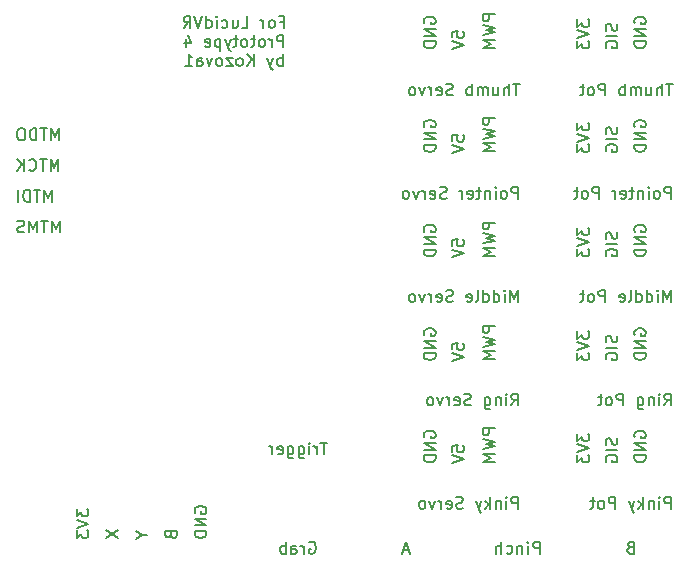
<source format=gbr>
%TF.GenerationSoftware,KiCad,Pcbnew,6.0.4-1.fc35*%
%TF.CreationDate,2022-04-08T19:50:51+03:00*%
%TF.ProjectId,Glove,476c6f76-652e-46b6-9963-61645f706362,rev?*%
%TF.SameCoordinates,Original*%
%TF.FileFunction,Legend,Bot*%
%TF.FilePolarity,Positive*%
%FSLAX46Y46*%
G04 Gerber Fmt 4.6, Leading zero omitted, Abs format (unit mm)*
G04 Created by KiCad (PCBNEW 6.0.4-1.fc35) date 2022-04-08 19:50:51*
%MOMM*%
%LPD*%
G01*
G04 APERTURE LIST*
%ADD10C,0.150000*%
G04 APERTURE END LIST*
D10*
X166052380Y-84023809D02*
X166052380Y-84642857D01*
X166433333Y-84309524D01*
X166433333Y-84452381D01*
X166480952Y-84547619D01*
X166528571Y-84595238D01*
X166623809Y-84642857D01*
X166861904Y-84642857D01*
X166957142Y-84595238D01*
X167004761Y-84547619D01*
X167052380Y-84452381D01*
X167052380Y-84166666D01*
X167004761Y-84071428D01*
X166957142Y-84023809D01*
X166052380Y-84928571D02*
X167052380Y-85261905D01*
X166052380Y-85595238D01*
X166052380Y-85833333D02*
X166052380Y-86452381D01*
X166433333Y-86119047D01*
X166433333Y-86261905D01*
X166480952Y-86357143D01*
X166528571Y-86404762D01*
X166623809Y-86452381D01*
X166861904Y-86452381D01*
X166957142Y-86404762D01*
X167004761Y-86357143D01*
X167052380Y-86261905D01*
X167052380Y-85976190D01*
X167004761Y-85880952D01*
X166957142Y-85833333D01*
X153100000Y-66728571D02*
X153052380Y-66633333D01*
X153052380Y-66490476D01*
X153100000Y-66347618D01*
X153195238Y-66252380D01*
X153290476Y-66204761D01*
X153480952Y-66157142D01*
X153623809Y-66157142D01*
X153814285Y-66204761D01*
X153909523Y-66252380D01*
X154004761Y-66347618D01*
X154052380Y-66490476D01*
X154052380Y-66585714D01*
X154004761Y-66728571D01*
X153957142Y-66776190D01*
X153623809Y-66776190D01*
X153623809Y-66585714D01*
X154052380Y-67204761D02*
X153052380Y-67204761D01*
X154052380Y-67776190D01*
X153052380Y-67776190D01*
X154052380Y-68252380D02*
X153052380Y-68252380D01*
X153052380Y-68490476D01*
X153100000Y-68633333D01*
X153195238Y-68728571D01*
X153290476Y-68776190D01*
X153480952Y-68823809D01*
X153623809Y-68823809D01*
X153814285Y-68776190D01*
X153909523Y-68728571D01*
X154004761Y-68633333D01*
X154052380Y-68490476D01*
X154052380Y-68252380D01*
X173414285Y-90302380D02*
X173747619Y-89826190D01*
X173985714Y-90302380D02*
X173985714Y-89302380D01*
X173604762Y-89302380D01*
X173509524Y-89350000D01*
X173461905Y-89397619D01*
X173414285Y-89492857D01*
X173414285Y-89635714D01*
X173461905Y-89730952D01*
X173509524Y-89778571D01*
X173604762Y-89826190D01*
X173985714Y-89826190D01*
X172985714Y-90302380D02*
X172985714Y-89635714D01*
X172985714Y-89302380D02*
X173033333Y-89350000D01*
X172985714Y-89397619D01*
X172938095Y-89350000D01*
X172985714Y-89302380D01*
X172985714Y-89397619D01*
X172509524Y-89635714D02*
X172509524Y-90302380D01*
X172509524Y-89730952D02*
X172461905Y-89683333D01*
X172366666Y-89635714D01*
X172223809Y-89635714D01*
X172128571Y-89683333D01*
X172080952Y-89778571D01*
X172080952Y-90302380D01*
X171176190Y-89635714D02*
X171176190Y-90445238D01*
X171223809Y-90540476D01*
X171271428Y-90588095D01*
X171366666Y-90635714D01*
X171509524Y-90635714D01*
X171604762Y-90588095D01*
X171176190Y-90254761D02*
X171271428Y-90302380D01*
X171461905Y-90302380D01*
X171557143Y-90254761D01*
X171604762Y-90207142D01*
X171652381Y-90111904D01*
X171652381Y-89826190D01*
X171604762Y-89730952D01*
X171557143Y-89683333D01*
X171461905Y-89635714D01*
X171271428Y-89635714D01*
X171176190Y-89683333D01*
X169938095Y-90302380D02*
X169938095Y-89302380D01*
X169557143Y-89302380D01*
X169461905Y-89350000D01*
X169414285Y-89397619D01*
X169366666Y-89492857D01*
X169366666Y-89635714D01*
X169414285Y-89730952D01*
X169461905Y-89778571D01*
X169557143Y-89826190D01*
X169938095Y-89826190D01*
X168795238Y-90302380D02*
X168890476Y-90254761D01*
X168938095Y-90207142D01*
X168985714Y-90111904D01*
X168985714Y-89826190D01*
X168938095Y-89730952D01*
X168890476Y-89683333D01*
X168795238Y-89635714D01*
X168652381Y-89635714D01*
X168557143Y-89683333D01*
X168509524Y-89730952D01*
X168461905Y-89826190D01*
X168461905Y-90111904D01*
X168509524Y-90207142D01*
X168557143Y-90254761D01*
X168652381Y-90302380D01*
X168795238Y-90302380D01*
X168176190Y-89635714D02*
X167795238Y-89635714D01*
X168033333Y-89302380D02*
X168033333Y-90159523D01*
X167985714Y-90254761D01*
X167890476Y-90302380D01*
X167795238Y-90302380D01*
X161033333Y-81552380D02*
X161033333Y-80552380D01*
X160699999Y-81266666D01*
X160366666Y-80552380D01*
X160366666Y-81552380D01*
X159890475Y-81552380D02*
X159890475Y-80885714D01*
X159890475Y-80552380D02*
X159938095Y-80600000D01*
X159890475Y-80647619D01*
X159842856Y-80600000D01*
X159890475Y-80552380D01*
X159890475Y-80647619D01*
X158985714Y-81552380D02*
X158985714Y-80552380D01*
X158985714Y-81504761D02*
X159080952Y-81552380D01*
X159271428Y-81552380D01*
X159366666Y-81504761D01*
X159414285Y-81457142D01*
X159461904Y-81361904D01*
X159461904Y-81076190D01*
X159414285Y-80980952D01*
X159366666Y-80933333D01*
X159271428Y-80885714D01*
X159080952Y-80885714D01*
X158985714Y-80933333D01*
X158080952Y-81552380D02*
X158080952Y-80552380D01*
X158080952Y-81504761D02*
X158176190Y-81552380D01*
X158366666Y-81552380D01*
X158461904Y-81504761D01*
X158509523Y-81457142D01*
X158557142Y-81361904D01*
X158557142Y-81076190D01*
X158509523Y-80980952D01*
X158461904Y-80933333D01*
X158366666Y-80885714D01*
X158176190Y-80885714D01*
X158080952Y-80933333D01*
X157461904Y-81552380D02*
X157557142Y-81504761D01*
X157604761Y-81409523D01*
X157604761Y-80552380D01*
X156699999Y-81504761D02*
X156795237Y-81552380D01*
X156985714Y-81552380D01*
X157080952Y-81504761D01*
X157128571Y-81409523D01*
X157128571Y-81028571D01*
X157080952Y-80933333D01*
X156985714Y-80885714D01*
X156795237Y-80885714D01*
X156699999Y-80933333D01*
X156652380Y-81028571D01*
X156652380Y-81123809D01*
X157128571Y-81219047D01*
X155509523Y-81504761D02*
X155366666Y-81552380D01*
X155128571Y-81552380D01*
X155033333Y-81504761D01*
X154985714Y-81457142D01*
X154938095Y-81361904D01*
X154938095Y-81266666D01*
X154985714Y-81171428D01*
X155033333Y-81123809D01*
X155128571Y-81076190D01*
X155319047Y-81028571D01*
X155414285Y-80980952D01*
X155461904Y-80933333D01*
X155509523Y-80838095D01*
X155509523Y-80742857D01*
X155461904Y-80647619D01*
X155414285Y-80600000D01*
X155319047Y-80552380D01*
X155080952Y-80552380D01*
X154938095Y-80600000D01*
X154128571Y-81504761D02*
X154223809Y-81552380D01*
X154414285Y-81552380D01*
X154509523Y-81504761D01*
X154557142Y-81409523D01*
X154557142Y-81028571D01*
X154509523Y-80933333D01*
X154414285Y-80885714D01*
X154223809Y-80885714D01*
X154128571Y-80933333D01*
X154080952Y-81028571D01*
X154080952Y-81123809D01*
X154557142Y-81219047D01*
X153652380Y-81552380D02*
X153652380Y-80885714D01*
X153652380Y-81076190D02*
X153604761Y-80980952D01*
X153557142Y-80933333D01*
X153461904Y-80885714D01*
X153366666Y-80885714D01*
X153128571Y-80885714D02*
X152890475Y-81552380D01*
X152652380Y-80885714D01*
X152128571Y-81552380D02*
X152223809Y-81504761D01*
X152271428Y-81457142D01*
X152319047Y-81361904D01*
X152319047Y-81076190D01*
X152271428Y-80980952D01*
X152223809Y-80933333D01*
X152128571Y-80885714D01*
X151985714Y-80885714D01*
X151890475Y-80933333D01*
X151842856Y-80980952D01*
X151795237Y-81076190D01*
X151795237Y-81361904D01*
X151842856Y-81457142D01*
X151890475Y-81504761D01*
X151985714Y-81552380D01*
X152128571Y-81552380D01*
X170900000Y-93019048D02*
X170852380Y-92923810D01*
X170852380Y-92780953D01*
X170900000Y-92638095D01*
X170995238Y-92542857D01*
X171090476Y-92495238D01*
X171280952Y-92447619D01*
X171423809Y-92447619D01*
X171614285Y-92495238D01*
X171709523Y-92542857D01*
X171804761Y-92638095D01*
X171852380Y-92780953D01*
X171852380Y-92876191D01*
X171804761Y-93019048D01*
X171757142Y-93066667D01*
X171423809Y-93066667D01*
X171423809Y-92876191D01*
X171852380Y-93495238D02*
X170852380Y-93495238D01*
X171852380Y-94066667D01*
X170852380Y-94066667D01*
X171852380Y-94542857D02*
X170852380Y-94542857D01*
X170852380Y-94780953D01*
X170900000Y-94923810D01*
X170995238Y-95019048D01*
X171090476Y-95066667D01*
X171280952Y-95114286D01*
X171423809Y-95114286D01*
X171614285Y-95066667D01*
X171709523Y-95019048D01*
X171804761Y-94923810D01*
X171852380Y-94780953D01*
X171852380Y-94542857D01*
X159052380Y-92257143D02*
X158052380Y-92257143D01*
X158052380Y-92638095D01*
X158100000Y-92733333D01*
X158147619Y-92780952D01*
X158242857Y-92828571D01*
X158385714Y-92828571D01*
X158480952Y-92780952D01*
X158528571Y-92733333D01*
X158576190Y-92638095D01*
X158576190Y-92257143D01*
X158052380Y-93161905D02*
X159052380Y-93400000D01*
X158338095Y-93590476D01*
X159052380Y-93780952D01*
X158052380Y-94019047D01*
X159052380Y-94400000D02*
X158052380Y-94400000D01*
X158766666Y-94733333D01*
X158052380Y-95066666D01*
X159052380Y-95066666D01*
X161033333Y-72802380D02*
X161033333Y-71802380D01*
X160652381Y-71802380D01*
X160557143Y-71850000D01*
X160509524Y-71897619D01*
X160461905Y-71992857D01*
X160461905Y-72135714D01*
X160509524Y-72230952D01*
X160557143Y-72278571D01*
X160652381Y-72326190D01*
X161033333Y-72326190D01*
X159890476Y-72802380D02*
X159985714Y-72754761D01*
X160033333Y-72707142D01*
X160080952Y-72611904D01*
X160080952Y-72326190D01*
X160033333Y-72230952D01*
X159985714Y-72183333D01*
X159890476Y-72135714D01*
X159747619Y-72135714D01*
X159652381Y-72183333D01*
X159604762Y-72230952D01*
X159557143Y-72326190D01*
X159557143Y-72611904D01*
X159604762Y-72707142D01*
X159652381Y-72754761D01*
X159747619Y-72802380D01*
X159890476Y-72802380D01*
X159128571Y-72802380D02*
X159128571Y-72135714D01*
X159128571Y-71802380D02*
X159176191Y-71850000D01*
X159128571Y-71897619D01*
X159080952Y-71850000D01*
X159128571Y-71802380D01*
X159128571Y-71897619D01*
X158652381Y-72135714D02*
X158652381Y-72802380D01*
X158652381Y-72230952D02*
X158604762Y-72183333D01*
X158509524Y-72135714D01*
X158366667Y-72135714D01*
X158271429Y-72183333D01*
X158223810Y-72278571D01*
X158223810Y-72802380D01*
X157890476Y-72135714D02*
X157509524Y-72135714D01*
X157747619Y-71802380D02*
X157747619Y-72659523D01*
X157700000Y-72754761D01*
X157604762Y-72802380D01*
X157509524Y-72802380D01*
X156795238Y-72754761D02*
X156890476Y-72802380D01*
X157080952Y-72802380D01*
X157176191Y-72754761D01*
X157223810Y-72659523D01*
X157223810Y-72278571D01*
X157176191Y-72183333D01*
X157080952Y-72135714D01*
X156890476Y-72135714D01*
X156795238Y-72183333D01*
X156747619Y-72278571D01*
X156747619Y-72373809D01*
X157223810Y-72469047D01*
X156319048Y-72802380D02*
X156319048Y-72135714D01*
X156319048Y-72326190D02*
X156271429Y-72230952D01*
X156223810Y-72183333D01*
X156128571Y-72135714D01*
X156033333Y-72135714D01*
X154985714Y-72754761D02*
X154842857Y-72802380D01*
X154604762Y-72802380D01*
X154509524Y-72754761D01*
X154461905Y-72707142D01*
X154414286Y-72611904D01*
X154414286Y-72516666D01*
X154461905Y-72421428D01*
X154509524Y-72373809D01*
X154604762Y-72326190D01*
X154795238Y-72278571D01*
X154890476Y-72230952D01*
X154938095Y-72183333D01*
X154985714Y-72088095D01*
X154985714Y-71992857D01*
X154938095Y-71897619D01*
X154890476Y-71850000D01*
X154795238Y-71802380D01*
X154557143Y-71802380D01*
X154414286Y-71850000D01*
X153604762Y-72754761D02*
X153700000Y-72802380D01*
X153890476Y-72802380D01*
X153985714Y-72754761D01*
X154033333Y-72659523D01*
X154033333Y-72278571D01*
X153985714Y-72183333D01*
X153890476Y-72135714D01*
X153700000Y-72135714D01*
X153604762Y-72183333D01*
X153557143Y-72278571D01*
X153557143Y-72373809D01*
X154033333Y-72469047D01*
X153128571Y-72802380D02*
X153128571Y-72135714D01*
X153128571Y-72326190D02*
X153080952Y-72230952D01*
X153033333Y-72183333D01*
X152938095Y-72135714D01*
X152842857Y-72135714D01*
X152604762Y-72135714D02*
X152366667Y-72802380D01*
X152128571Y-72135714D01*
X151604762Y-72802380D02*
X151700000Y-72754761D01*
X151747619Y-72707142D01*
X151795238Y-72611904D01*
X151795238Y-72326190D01*
X151747619Y-72230952D01*
X151700000Y-72183333D01*
X151604762Y-72135714D01*
X151461905Y-72135714D01*
X151366667Y-72183333D01*
X151319048Y-72230952D01*
X151271429Y-72326190D01*
X151271429Y-72611904D01*
X151319048Y-72707142D01*
X151366667Y-72754761D01*
X151461905Y-72802380D01*
X151604762Y-72802380D01*
X122161904Y-67852380D02*
X122161904Y-66852380D01*
X121828570Y-67566666D01*
X121495237Y-66852380D01*
X121495237Y-67852380D01*
X121161904Y-66852380D02*
X120590475Y-66852380D01*
X120876189Y-67852380D02*
X120876189Y-66852380D01*
X120257142Y-67852380D02*
X120257142Y-66852380D01*
X120019047Y-66852380D01*
X119876189Y-66900000D01*
X119780951Y-66995238D01*
X119733332Y-67090476D01*
X119685713Y-67280952D01*
X119685713Y-67423809D01*
X119733332Y-67614285D01*
X119780951Y-67709523D01*
X119876189Y-67804761D01*
X120019047Y-67852380D01*
X120257142Y-67852380D01*
X119066666Y-66852380D02*
X118876189Y-66852380D01*
X118780951Y-66900000D01*
X118685713Y-66995238D01*
X118638094Y-67185714D01*
X118638094Y-67519047D01*
X118685713Y-67709523D01*
X118780951Y-67804761D01*
X118876189Y-67852380D01*
X119066666Y-67852380D01*
X119161904Y-67804761D01*
X119257142Y-67709523D01*
X119304761Y-67519047D01*
X119304761Y-67185714D01*
X119257142Y-66995238D01*
X119161904Y-66900000D01*
X119066666Y-66852380D01*
X160461904Y-90302380D02*
X160795238Y-89826190D01*
X161033333Y-90302380D02*
X161033333Y-89302380D01*
X160652380Y-89302380D01*
X160557142Y-89350000D01*
X160509523Y-89397619D01*
X160461904Y-89492857D01*
X160461904Y-89635714D01*
X160509523Y-89730952D01*
X160557142Y-89778571D01*
X160652380Y-89826190D01*
X161033333Y-89826190D01*
X160033333Y-90302380D02*
X160033333Y-89635714D01*
X160033333Y-89302380D02*
X160080952Y-89350000D01*
X160033333Y-89397619D01*
X159985714Y-89350000D01*
X160033333Y-89302380D01*
X160033333Y-89397619D01*
X159557142Y-89635714D02*
X159557142Y-90302380D01*
X159557142Y-89730952D02*
X159509523Y-89683333D01*
X159414285Y-89635714D01*
X159271428Y-89635714D01*
X159176190Y-89683333D01*
X159128571Y-89778571D01*
X159128571Y-90302380D01*
X158223809Y-89635714D02*
X158223809Y-90445238D01*
X158271428Y-90540476D01*
X158319047Y-90588095D01*
X158414285Y-90635714D01*
X158557142Y-90635714D01*
X158652380Y-90588095D01*
X158223809Y-90254761D02*
X158319047Y-90302380D01*
X158509523Y-90302380D01*
X158604761Y-90254761D01*
X158652380Y-90207142D01*
X158700000Y-90111904D01*
X158700000Y-89826190D01*
X158652380Y-89730952D01*
X158604761Y-89683333D01*
X158509523Y-89635714D01*
X158319047Y-89635714D01*
X158223809Y-89683333D01*
X157033333Y-90254761D02*
X156890476Y-90302380D01*
X156652380Y-90302380D01*
X156557142Y-90254761D01*
X156509523Y-90207142D01*
X156461904Y-90111904D01*
X156461904Y-90016666D01*
X156509523Y-89921428D01*
X156557142Y-89873809D01*
X156652380Y-89826190D01*
X156842857Y-89778571D01*
X156938095Y-89730952D01*
X156985714Y-89683333D01*
X157033333Y-89588095D01*
X157033333Y-89492857D01*
X156985714Y-89397619D01*
X156938095Y-89350000D01*
X156842857Y-89302380D01*
X156604761Y-89302380D01*
X156461904Y-89350000D01*
X155652380Y-90254761D02*
X155747619Y-90302380D01*
X155938095Y-90302380D01*
X156033333Y-90254761D01*
X156080952Y-90159523D01*
X156080952Y-89778571D01*
X156033333Y-89683333D01*
X155938095Y-89635714D01*
X155747619Y-89635714D01*
X155652380Y-89683333D01*
X155604761Y-89778571D01*
X155604761Y-89873809D01*
X156080952Y-89969047D01*
X155176190Y-90302380D02*
X155176190Y-89635714D01*
X155176190Y-89826190D02*
X155128571Y-89730952D01*
X155080952Y-89683333D01*
X154985714Y-89635714D01*
X154890476Y-89635714D01*
X154652380Y-89635714D02*
X154414285Y-90302380D01*
X154176190Y-89635714D01*
X153652380Y-90302380D02*
X153747619Y-90254761D01*
X153795238Y-90207142D01*
X153842857Y-90111904D01*
X153842857Y-89826190D01*
X153795238Y-89730952D01*
X153747619Y-89683333D01*
X153652380Y-89635714D01*
X153509523Y-89635714D01*
X153414285Y-89683333D01*
X153366666Y-89730952D01*
X153319047Y-89826190D01*
X153319047Y-90111904D01*
X153366666Y-90207142D01*
X153414285Y-90254761D01*
X153509523Y-90302380D01*
X153652380Y-90302380D01*
X155452380Y-94209523D02*
X155452380Y-93733333D01*
X155928571Y-93685714D01*
X155880952Y-93733333D01*
X155833333Y-93828571D01*
X155833333Y-94066666D01*
X155880952Y-94161904D01*
X155928571Y-94209523D01*
X156023809Y-94257142D01*
X156261904Y-94257142D01*
X156357142Y-94209523D01*
X156404761Y-94161904D01*
X156452380Y-94066666D01*
X156452380Y-93828571D01*
X156404761Y-93733333D01*
X156357142Y-93685714D01*
X155452380Y-94542857D02*
X156452380Y-94876190D01*
X155452380Y-95209523D01*
X170900000Y-75585715D02*
X170852380Y-75490477D01*
X170852380Y-75347620D01*
X170900000Y-75204762D01*
X170995238Y-75109524D01*
X171090476Y-75061905D01*
X171280952Y-75014286D01*
X171423809Y-75014286D01*
X171614285Y-75061905D01*
X171709523Y-75109524D01*
X171804761Y-75204762D01*
X171852380Y-75347620D01*
X171852380Y-75442858D01*
X171804761Y-75585715D01*
X171757142Y-75633334D01*
X171423809Y-75633334D01*
X171423809Y-75442858D01*
X171852380Y-76061905D02*
X170852380Y-76061905D01*
X171852380Y-76633334D01*
X170852380Y-76633334D01*
X171852380Y-77109524D02*
X170852380Y-77109524D01*
X170852380Y-77347620D01*
X170900000Y-77490477D01*
X170995238Y-77585715D01*
X171090476Y-77633334D01*
X171280952Y-77680953D01*
X171423809Y-77680953D01*
X171614285Y-77633334D01*
X171709523Y-77585715D01*
X171804761Y-77490477D01*
X171852380Y-77347620D01*
X171852380Y-77109524D01*
X173985714Y-81552380D02*
X173985714Y-80552380D01*
X173652380Y-81266666D01*
X173319047Y-80552380D01*
X173319047Y-81552380D01*
X172842857Y-81552380D02*
X172842857Y-80885714D01*
X172842857Y-80552380D02*
X172890476Y-80600000D01*
X172842857Y-80647619D01*
X172795238Y-80600000D01*
X172842857Y-80552380D01*
X172842857Y-80647619D01*
X171938095Y-81552380D02*
X171938095Y-80552380D01*
X171938095Y-81504761D02*
X172033333Y-81552380D01*
X172223809Y-81552380D01*
X172319047Y-81504761D01*
X172366666Y-81457142D01*
X172414285Y-81361904D01*
X172414285Y-81076190D01*
X172366666Y-80980952D01*
X172319047Y-80933333D01*
X172223809Y-80885714D01*
X172033333Y-80885714D01*
X171938095Y-80933333D01*
X171033333Y-81552380D02*
X171033333Y-80552380D01*
X171033333Y-81504761D02*
X171128571Y-81552380D01*
X171319047Y-81552380D01*
X171414285Y-81504761D01*
X171461904Y-81457142D01*
X171509523Y-81361904D01*
X171509523Y-81076190D01*
X171461904Y-80980952D01*
X171414285Y-80933333D01*
X171319047Y-80885714D01*
X171128571Y-80885714D01*
X171033333Y-80933333D01*
X170414285Y-81552380D02*
X170509523Y-81504761D01*
X170557142Y-81409523D01*
X170557142Y-80552380D01*
X169652380Y-81504761D02*
X169747619Y-81552380D01*
X169938095Y-81552380D01*
X170033333Y-81504761D01*
X170080952Y-81409523D01*
X170080952Y-81028571D01*
X170033333Y-80933333D01*
X169938095Y-80885714D01*
X169747619Y-80885714D01*
X169652380Y-80933333D01*
X169604761Y-81028571D01*
X169604761Y-81123809D01*
X170080952Y-81219047D01*
X168414285Y-81552380D02*
X168414285Y-80552380D01*
X168033333Y-80552380D01*
X167938095Y-80600000D01*
X167890476Y-80647619D01*
X167842857Y-80742857D01*
X167842857Y-80885714D01*
X167890476Y-80980952D01*
X167938095Y-81028571D01*
X168033333Y-81076190D01*
X168414285Y-81076190D01*
X167271428Y-81552380D02*
X167366666Y-81504761D01*
X167414285Y-81457142D01*
X167461904Y-81361904D01*
X167461904Y-81076190D01*
X167414285Y-80980952D01*
X167366666Y-80933333D01*
X167271428Y-80885714D01*
X167128571Y-80885714D01*
X167033333Y-80933333D01*
X166985714Y-80980952D01*
X166938095Y-81076190D01*
X166938095Y-81361904D01*
X166985714Y-81457142D01*
X167033333Y-81504761D01*
X167128571Y-81552380D01*
X167271428Y-81552380D01*
X166652380Y-80885714D02*
X166271428Y-80885714D01*
X166509523Y-80552380D02*
X166509523Y-81409523D01*
X166461904Y-81504761D01*
X166366666Y-81552380D01*
X166271428Y-81552380D01*
X133700000Y-99414286D02*
X133652380Y-99319048D01*
X133652380Y-99176191D01*
X133700000Y-99033333D01*
X133795238Y-98938095D01*
X133890476Y-98890476D01*
X134080952Y-98842857D01*
X134223809Y-98842857D01*
X134414285Y-98890476D01*
X134509523Y-98938095D01*
X134604761Y-99033333D01*
X134652380Y-99176191D01*
X134652380Y-99271429D01*
X134604761Y-99414286D01*
X134557142Y-99461905D01*
X134223809Y-99461905D01*
X134223809Y-99271429D01*
X134652380Y-99890476D02*
X133652380Y-99890476D01*
X134652380Y-100461905D01*
X133652380Y-100461905D01*
X134652380Y-100938095D02*
X133652380Y-100938095D01*
X133652380Y-101176191D01*
X133700000Y-101319048D01*
X133795238Y-101414286D01*
X133890476Y-101461905D01*
X134080952Y-101509524D01*
X134223809Y-101509524D01*
X134414285Y-101461905D01*
X134509523Y-101414286D01*
X134604761Y-101319048D01*
X134652380Y-101176191D01*
X134652380Y-100938095D01*
X155452380Y-59147618D02*
X155452380Y-58671428D01*
X155928571Y-58623809D01*
X155880952Y-58671428D01*
X155833333Y-58766666D01*
X155833333Y-59004761D01*
X155880952Y-59099999D01*
X155928571Y-59147618D01*
X156023809Y-59195237D01*
X156261904Y-59195237D01*
X156357142Y-59147618D01*
X156404761Y-59099999D01*
X156452380Y-59004761D01*
X156452380Y-58766666D01*
X156404761Y-58671428D01*
X156357142Y-58623809D01*
X155452380Y-59480952D02*
X156452380Y-59814285D01*
X155452380Y-60147618D01*
X131628571Y-101271428D02*
X131676190Y-101414285D01*
X131723809Y-101461904D01*
X131819047Y-101509523D01*
X131961904Y-101509523D01*
X132057142Y-101461904D01*
X132104761Y-101414285D01*
X132152380Y-101319047D01*
X132152380Y-100938095D01*
X131152380Y-100938095D01*
X131152380Y-101271428D01*
X131200000Y-101366666D01*
X131247619Y-101414285D01*
X131342857Y-101461904D01*
X131438095Y-101461904D01*
X131533333Y-101414285D01*
X131580952Y-101366666D01*
X131628571Y-101271428D01*
X131628571Y-100938095D01*
X170528571Y-102328571D02*
X170385714Y-102376190D01*
X170338095Y-102423809D01*
X170290476Y-102519047D01*
X170290476Y-102661904D01*
X170338095Y-102757142D01*
X170385714Y-102804761D01*
X170480952Y-102852380D01*
X170861904Y-102852380D01*
X170861904Y-101852380D01*
X170528571Y-101852380D01*
X170433333Y-101900000D01*
X170385714Y-101947619D01*
X170338095Y-102042857D01*
X170338095Y-102138095D01*
X170385714Y-102233333D01*
X170433333Y-102280952D01*
X170528571Y-102328571D01*
X170861904Y-102328571D01*
X159052380Y-74823810D02*
X158052380Y-74823810D01*
X158052380Y-75204762D01*
X158100000Y-75300000D01*
X158147619Y-75347619D01*
X158242857Y-75395238D01*
X158385714Y-75395238D01*
X158480952Y-75347619D01*
X158528571Y-75300000D01*
X158576190Y-75204762D01*
X158576190Y-74823810D01*
X158052380Y-75728572D02*
X159052380Y-75966667D01*
X158338095Y-76157143D01*
X159052380Y-76347619D01*
X158052380Y-76585714D01*
X159052380Y-76966667D02*
X158052380Y-76966667D01*
X158766666Y-77300000D01*
X158052380Y-77633333D01*
X159052380Y-77633333D01*
X155452380Y-67919046D02*
X155452380Y-67442856D01*
X155928571Y-67395237D01*
X155880952Y-67442856D01*
X155833333Y-67538094D01*
X155833333Y-67776189D01*
X155880952Y-67871427D01*
X155928571Y-67919046D01*
X156023809Y-67966665D01*
X156261904Y-67966665D01*
X156357142Y-67919046D01*
X156404761Y-67871427D01*
X156452380Y-67776189D01*
X156452380Y-67538094D01*
X156404761Y-67442856D01*
X156357142Y-67395237D01*
X155452380Y-68252380D02*
X156452380Y-68585713D01*
X155452380Y-68919046D01*
X159052380Y-83595238D02*
X158052380Y-83595238D01*
X158052380Y-83976190D01*
X158100000Y-84071428D01*
X158147619Y-84119047D01*
X158242857Y-84166666D01*
X158385714Y-84166666D01*
X158480952Y-84119047D01*
X158528571Y-84071428D01*
X158576190Y-83976190D01*
X158576190Y-83595238D01*
X158052380Y-84500000D02*
X159052380Y-84738095D01*
X158338095Y-84928571D01*
X159052380Y-85119047D01*
X158052380Y-85357142D01*
X159052380Y-85738095D02*
X158052380Y-85738095D01*
X158766666Y-86071428D01*
X158052380Y-86404761D01*
X159052380Y-86404761D01*
X166052380Y-92685714D02*
X166052380Y-93304762D01*
X166433333Y-92971429D01*
X166433333Y-93114286D01*
X166480952Y-93209524D01*
X166528571Y-93257143D01*
X166623809Y-93304762D01*
X166861904Y-93304762D01*
X166957142Y-93257143D01*
X167004761Y-93209524D01*
X167052380Y-93114286D01*
X167052380Y-92828571D01*
X167004761Y-92733333D01*
X166957142Y-92685714D01*
X166052380Y-93590476D02*
X167052380Y-93923810D01*
X166052380Y-94257143D01*
X166052380Y-94495238D02*
X166052380Y-95114286D01*
X166433333Y-94780952D01*
X166433333Y-94923810D01*
X166480952Y-95019048D01*
X166528571Y-95066667D01*
X166623809Y-95114286D01*
X166861904Y-95114286D01*
X166957142Y-95066667D01*
X167004761Y-95019048D01*
X167052380Y-94923810D01*
X167052380Y-94638095D01*
X167004761Y-94542857D01*
X166957142Y-94495238D01*
X153100000Y-75585715D02*
X153052380Y-75490477D01*
X153052380Y-75347620D01*
X153100000Y-75204762D01*
X153195238Y-75109524D01*
X153290476Y-75061905D01*
X153480952Y-75014286D01*
X153623809Y-75014286D01*
X153814285Y-75061905D01*
X153909523Y-75109524D01*
X154004761Y-75204762D01*
X154052380Y-75347620D01*
X154052380Y-75442858D01*
X154004761Y-75585715D01*
X153957142Y-75633334D01*
X153623809Y-75633334D01*
X153623809Y-75442858D01*
X154052380Y-76061905D02*
X153052380Y-76061905D01*
X154052380Y-76633334D01*
X153052380Y-76633334D01*
X154052380Y-77109524D02*
X153052380Y-77109524D01*
X153052380Y-77347620D01*
X153100000Y-77490477D01*
X153195238Y-77585715D01*
X153290476Y-77633334D01*
X153480952Y-77680953D01*
X153623809Y-77680953D01*
X153814285Y-77633334D01*
X153909523Y-77585715D01*
X154004761Y-77490477D01*
X154052380Y-77347620D01*
X154052380Y-77109524D01*
X173985714Y-72802380D02*
X173985714Y-71802380D01*
X173604761Y-71802380D01*
X173509523Y-71850000D01*
X173461904Y-71897619D01*
X173414285Y-71992857D01*
X173414285Y-72135714D01*
X173461904Y-72230952D01*
X173509523Y-72278571D01*
X173604761Y-72326190D01*
X173985714Y-72326190D01*
X172842856Y-72802380D02*
X172938095Y-72754761D01*
X172985714Y-72707142D01*
X173033333Y-72611904D01*
X173033333Y-72326190D01*
X172985714Y-72230952D01*
X172938095Y-72183333D01*
X172842856Y-72135714D01*
X172699999Y-72135714D01*
X172604761Y-72183333D01*
X172557142Y-72230952D01*
X172509523Y-72326190D01*
X172509523Y-72611904D01*
X172557142Y-72707142D01*
X172604761Y-72754761D01*
X172699999Y-72802380D01*
X172842856Y-72802380D01*
X172080952Y-72802380D02*
X172080952Y-72135714D01*
X172080952Y-71802380D02*
X172128571Y-71850000D01*
X172080952Y-71897619D01*
X172033333Y-71850000D01*
X172080952Y-71802380D01*
X172080952Y-71897619D01*
X171604761Y-72135714D02*
X171604761Y-72802380D01*
X171604761Y-72230952D02*
X171557142Y-72183333D01*
X171461904Y-72135714D01*
X171319047Y-72135714D01*
X171223809Y-72183333D01*
X171176190Y-72278571D01*
X171176190Y-72802380D01*
X170842856Y-72135714D02*
X170461904Y-72135714D01*
X170699999Y-71802380D02*
X170699999Y-72659523D01*
X170652380Y-72754761D01*
X170557142Y-72802380D01*
X170461904Y-72802380D01*
X169747618Y-72754761D02*
X169842856Y-72802380D01*
X170033333Y-72802380D01*
X170128571Y-72754761D01*
X170176190Y-72659523D01*
X170176190Y-72278571D01*
X170128571Y-72183333D01*
X170033333Y-72135714D01*
X169842856Y-72135714D01*
X169747618Y-72183333D01*
X169699999Y-72278571D01*
X169699999Y-72373809D01*
X170176190Y-72469047D01*
X169271428Y-72802380D02*
X169271428Y-72135714D01*
X169271428Y-72326190D02*
X169223809Y-72230952D01*
X169176190Y-72183333D01*
X169080952Y-72135714D01*
X168985714Y-72135714D01*
X167890475Y-72802380D02*
X167890475Y-71802380D01*
X167509523Y-71802380D01*
X167414285Y-71850000D01*
X167366666Y-71897619D01*
X167319047Y-71992857D01*
X167319047Y-72135714D01*
X167366666Y-72230952D01*
X167414285Y-72278571D01*
X167509523Y-72326190D01*
X167890475Y-72326190D01*
X166747618Y-72802380D02*
X166842856Y-72754761D01*
X166890475Y-72707142D01*
X166938095Y-72611904D01*
X166938095Y-72326190D01*
X166890475Y-72230952D01*
X166842856Y-72183333D01*
X166747618Y-72135714D01*
X166604761Y-72135714D01*
X166509523Y-72183333D01*
X166461904Y-72230952D01*
X166414285Y-72326190D01*
X166414285Y-72611904D01*
X166461904Y-72707142D01*
X166509523Y-72754761D01*
X166604761Y-72802380D01*
X166747618Y-72802380D01*
X166128571Y-72135714D02*
X165747618Y-72135714D01*
X165985714Y-71802380D02*
X165985714Y-72659523D01*
X165938095Y-72754761D01*
X165842856Y-72802380D01*
X165747618Y-72802380D01*
X153100000Y-57957143D02*
X153052380Y-57861905D01*
X153052380Y-57719048D01*
X153100000Y-57576190D01*
X153195238Y-57480952D01*
X153290476Y-57433333D01*
X153480952Y-57385714D01*
X153623809Y-57385714D01*
X153814285Y-57433333D01*
X153909523Y-57480952D01*
X154004761Y-57576190D01*
X154052380Y-57719048D01*
X154052380Y-57814286D01*
X154004761Y-57957143D01*
X153957142Y-58004762D01*
X153623809Y-58004762D01*
X153623809Y-57814286D01*
X154052380Y-58433333D02*
X153052380Y-58433333D01*
X154052380Y-59004762D01*
X153052380Y-59004762D01*
X154052380Y-59480952D02*
X153052380Y-59480952D01*
X153052380Y-59719048D01*
X153100000Y-59861905D01*
X153195238Y-59957143D01*
X153290476Y-60004762D01*
X153480952Y-60052381D01*
X153623809Y-60052381D01*
X153814285Y-60004762D01*
X153909523Y-59957143D01*
X154004761Y-59861905D01*
X154052380Y-59719048D01*
X154052380Y-59480952D01*
X161176190Y-63052380D02*
X160604761Y-63052380D01*
X160890475Y-64052380D02*
X160890475Y-63052380D01*
X160271428Y-64052380D02*
X160271428Y-63052380D01*
X159842856Y-64052380D02*
X159842856Y-63528571D01*
X159890475Y-63433333D01*
X159985714Y-63385714D01*
X160128571Y-63385714D01*
X160223809Y-63433333D01*
X160271428Y-63480952D01*
X158938095Y-63385714D02*
X158938095Y-64052380D01*
X159366666Y-63385714D02*
X159366666Y-63909523D01*
X159319047Y-64004761D01*
X159223809Y-64052380D01*
X159080952Y-64052380D01*
X158985714Y-64004761D01*
X158938095Y-63957142D01*
X158461904Y-64052380D02*
X158461904Y-63385714D01*
X158461904Y-63480952D02*
X158414285Y-63433333D01*
X158319047Y-63385714D01*
X158176190Y-63385714D01*
X158080952Y-63433333D01*
X158033333Y-63528571D01*
X158033333Y-64052380D01*
X158033333Y-63528571D02*
X157985714Y-63433333D01*
X157890475Y-63385714D01*
X157747618Y-63385714D01*
X157652380Y-63433333D01*
X157604761Y-63528571D01*
X157604761Y-64052380D01*
X157128571Y-64052380D02*
X157128571Y-63052380D01*
X157128571Y-63433333D02*
X157033333Y-63385714D01*
X156842856Y-63385714D01*
X156747618Y-63433333D01*
X156699999Y-63480952D01*
X156652380Y-63576190D01*
X156652380Y-63861904D01*
X156699999Y-63957142D01*
X156747618Y-64004761D01*
X156842856Y-64052380D01*
X157033333Y-64052380D01*
X157128571Y-64004761D01*
X155509523Y-64004761D02*
X155366666Y-64052380D01*
X155128571Y-64052380D01*
X155033333Y-64004761D01*
X154985714Y-63957142D01*
X154938095Y-63861904D01*
X154938095Y-63766666D01*
X154985714Y-63671428D01*
X155033333Y-63623809D01*
X155128571Y-63576190D01*
X155319047Y-63528571D01*
X155414285Y-63480952D01*
X155461904Y-63433333D01*
X155509523Y-63338095D01*
X155509523Y-63242857D01*
X155461904Y-63147619D01*
X155414285Y-63100000D01*
X155319047Y-63052380D01*
X155080952Y-63052380D01*
X154938095Y-63100000D01*
X154128571Y-64004761D02*
X154223809Y-64052380D01*
X154414285Y-64052380D01*
X154509523Y-64004761D01*
X154557142Y-63909523D01*
X154557142Y-63528571D01*
X154509523Y-63433333D01*
X154414285Y-63385714D01*
X154223809Y-63385714D01*
X154128571Y-63433333D01*
X154080952Y-63528571D01*
X154080952Y-63623809D01*
X154557142Y-63719047D01*
X153652380Y-64052380D02*
X153652380Y-63385714D01*
X153652380Y-63576190D02*
X153604761Y-63480952D01*
X153557142Y-63433333D01*
X153461904Y-63385714D01*
X153366666Y-63385714D01*
X153128571Y-63385714D02*
X152890475Y-64052380D01*
X152652380Y-63385714D01*
X152128571Y-64052380D02*
X152223809Y-64004761D01*
X152271428Y-63957142D01*
X152319047Y-63861904D01*
X152319047Y-63576190D01*
X152271428Y-63480952D01*
X152223809Y-63433333D01*
X152128571Y-63385714D01*
X151985714Y-63385714D01*
X151890475Y-63433333D01*
X151842856Y-63480952D01*
X151795237Y-63576190D01*
X151795237Y-63861904D01*
X151842856Y-63957142D01*
X151890475Y-64004761D01*
X151985714Y-64052380D01*
X152128571Y-64052380D01*
X140904761Y-57818571D02*
X141238095Y-57818571D01*
X141238095Y-58342380D02*
X141238095Y-57342380D01*
X140761904Y-57342380D01*
X140238095Y-58342380D02*
X140333333Y-58294761D01*
X140380952Y-58247142D01*
X140428571Y-58151904D01*
X140428571Y-57866190D01*
X140380952Y-57770952D01*
X140333333Y-57723333D01*
X140238095Y-57675714D01*
X140095238Y-57675714D01*
X140000000Y-57723333D01*
X139952380Y-57770952D01*
X139904761Y-57866190D01*
X139904761Y-58151904D01*
X139952380Y-58247142D01*
X140000000Y-58294761D01*
X140095238Y-58342380D01*
X140238095Y-58342380D01*
X139476190Y-58342380D02*
X139476190Y-57675714D01*
X139476190Y-57866190D02*
X139428571Y-57770952D01*
X139380952Y-57723333D01*
X139285714Y-57675714D01*
X139190476Y-57675714D01*
X137619047Y-58342380D02*
X138095238Y-58342380D01*
X138095238Y-57342380D01*
X136857142Y-57675714D02*
X136857142Y-58342380D01*
X137285714Y-57675714D02*
X137285714Y-58199523D01*
X137238095Y-58294761D01*
X137142857Y-58342380D01*
X137000000Y-58342380D01*
X136904761Y-58294761D01*
X136857142Y-58247142D01*
X135952380Y-58294761D02*
X136047619Y-58342380D01*
X136238095Y-58342380D01*
X136333333Y-58294761D01*
X136380952Y-58247142D01*
X136428571Y-58151904D01*
X136428571Y-57866190D01*
X136380952Y-57770952D01*
X136333333Y-57723333D01*
X136238095Y-57675714D01*
X136047619Y-57675714D01*
X135952380Y-57723333D01*
X135523809Y-58342380D02*
X135523809Y-57675714D01*
X135523809Y-57342380D02*
X135571428Y-57390000D01*
X135523809Y-57437619D01*
X135476190Y-57390000D01*
X135523809Y-57342380D01*
X135523809Y-57437619D01*
X134619047Y-58342380D02*
X134619047Y-57342380D01*
X134619047Y-58294761D02*
X134714285Y-58342380D01*
X134904761Y-58342380D01*
X135000000Y-58294761D01*
X135047619Y-58247142D01*
X135095238Y-58151904D01*
X135095238Y-57866190D01*
X135047619Y-57770952D01*
X135000000Y-57723333D01*
X134904761Y-57675714D01*
X134714285Y-57675714D01*
X134619047Y-57723333D01*
X134285714Y-57342380D02*
X133952380Y-58342380D01*
X133619047Y-57342380D01*
X132714285Y-58342380D02*
X133047619Y-57866190D01*
X133285714Y-58342380D02*
X133285714Y-57342380D01*
X132904761Y-57342380D01*
X132809523Y-57390000D01*
X132761904Y-57437619D01*
X132714285Y-57532857D01*
X132714285Y-57675714D01*
X132761904Y-57770952D01*
X132809523Y-57818571D01*
X132904761Y-57866190D01*
X133285714Y-57866190D01*
X141166666Y-59952380D02*
X141166666Y-58952380D01*
X140785714Y-58952380D01*
X140690476Y-59000000D01*
X140642857Y-59047619D01*
X140595238Y-59142857D01*
X140595238Y-59285714D01*
X140642857Y-59380952D01*
X140690476Y-59428571D01*
X140785714Y-59476190D01*
X141166666Y-59476190D01*
X140166666Y-59952380D02*
X140166666Y-59285714D01*
X140166666Y-59476190D02*
X140119047Y-59380952D01*
X140071428Y-59333333D01*
X139976190Y-59285714D01*
X139880952Y-59285714D01*
X139404761Y-59952380D02*
X139500000Y-59904761D01*
X139547619Y-59857142D01*
X139595238Y-59761904D01*
X139595238Y-59476190D01*
X139547619Y-59380952D01*
X139500000Y-59333333D01*
X139404761Y-59285714D01*
X139261904Y-59285714D01*
X139166666Y-59333333D01*
X139119047Y-59380952D01*
X139071428Y-59476190D01*
X139071428Y-59761904D01*
X139119047Y-59857142D01*
X139166666Y-59904761D01*
X139261904Y-59952380D01*
X139404761Y-59952380D01*
X138785714Y-59285714D02*
X138404761Y-59285714D01*
X138642857Y-58952380D02*
X138642857Y-59809523D01*
X138595238Y-59904761D01*
X138500000Y-59952380D01*
X138404761Y-59952380D01*
X137928571Y-59952380D02*
X138023809Y-59904761D01*
X138071428Y-59857142D01*
X138119047Y-59761904D01*
X138119047Y-59476190D01*
X138071428Y-59380952D01*
X138023809Y-59333333D01*
X137928571Y-59285714D01*
X137785714Y-59285714D01*
X137690476Y-59333333D01*
X137642857Y-59380952D01*
X137595238Y-59476190D01*
X137595238Y-59761904D01*
X137642857Y-59857142D01*
X137690476Y-59904761D01*
X137785714Y-59952380D01*
X137928571Y-59952380D01*
X137309523Y-59285714D02*
X136928571Y-59285714D01*
X137166666Y-58952380D02*
X137166666Y-59809523D01*
X137119047Y-59904761D01*
X137023809Y-59952380D01*
X136928571Y-59952380D01*
X136690476Y-59285714D02*
X136452380Y-59952380D01*
X136214285Y-59285714D02*
X136452380Y-59952380D01*
X136547619Y-60190476D01*
X136595238Y-60238095D01*
X136690476Y-60285714D01*
X135833333Y-59285714D02*
X135833333Y-60285714D01*
X135833333Y-59333333D02*
X135738095Y-59285714D01*
X135547619Y-59285714D01*
X135452380Y-59333333D01*
X135404761Y-59380952D01*
X135357142Y-59476190D01*
X135357142Y-59761904D01*
X135404761Y-59857142D01*
X135452380Y-59904761D01*
X135547619Y-59952380D01*
X135738095Y-59952380D01*
X135833333Y-59904761D01*
X134547619Y-59904761D02*
X134642857Y-59952380D01*
X134833333Y-59952380D01*
X134928571Y-59904761D01*
X134976190Y-59809523D01*
X134976190Y-59428571D01*
X134928571Y-59333333D01*
X134833333Y-59285714D01*
X134642857Y-59285714D01*
X134547619Y-59333333D01*
X134500000Y-59428571D01*
X134500000Y-59523809D01*
X134976190Y-59619047D01*
X132880952Y-59285714D02*
X132880952Y-59952380D01*
X133119047Y-58904761D02*
X133357142Y-59619047D01*
X132738095Y-59619047D01*
X141095238Y-61562380D02*
X141095238Y-60562380D01*
X141095238Y-60943333D02*
X141000000Y-60895714D01*
X140809523Y-60895714D01*
X140714285Y-60943333D01*
X140666666Y-60990952D01*
X140619047Y-61086190D01*
X140619047Y-61371904D01*
X140666666Y-61467142D01*
X140714285Y-61514761D01*
X140809523Y-61562380D01*
X141000000Y-61562380D01*
X141095238Y-61514761D01*
X140285714Y-60895714D02*
X140047619Y-61562380D01*
X139809523Y-60895714D02*
X140047619Y-61562380D01*
X140142857Y-61800476D01*
X140190476Y-61848095D01*
X140285714Y-61895714D01*
X138666666Y-61562380D02*
X138666666Y-60562380D01*
X138095238Y-61562380D02*
X138523809Y-60990952D01*
X138095238Y-60562380D02*
X138666666Y-61133809D01*
X137523809Y-61562380D02*
X137619047Y-61514761D01*
X137666666Y-61467142D01*
X137714285Y-61371904D01*
X137714285Y-61086190D01*
X137666666Y-60990952D01*
X137619047Y-60943333D01*
X137523809Y-60895714D01*
X137380952Y-60895714D01*
X137285714Y-60943333D01*
X137238095Y-60990952D01*
X137190476Y-61086190D01*
X137190476Y-61371904D01*
X137238095Y-61467142D01*
X137285714Y-61514761D01*
X137380952Y-61562380D01*
X137523809Y-61562380D01*
X136857142Y-60895714D02*
X136333333Y-60895714D01*
X136857142Y-61562380D01*
X136333333Y-61562380D01*
X135809523Y-61562380D02*
X135904761Y-61514761D01*
X135952380Y-61467142D01*
X136000000Y-61371904D01*
X136000000Y-61086190D01*
X135952380Y-60990952D01*
X135904761Y-60943333D01*
X135809523Y-60895714D01*
X135666666Y-60895714D01*
X135571428Y-60943333D01*
X135523809Y-60990952D01*
X135476190Y-61086190D01*
X135476190Y-61371904D01*
X135523809Y-61467142D01*
X135571428Y-61514761D01*
X135666666Y-61562380D01*
X135809523Y-61562380D01*
X135142857Y-60895714D02*
X134904761Y-61562380D01*
X134666666Y-60895714D01*
X133857142Y-61562380D02*
X133857142Y-61038571D01*
X133904761Y-60943333D01*
X134000000Y-60895714D01*
X134190476Y-60895714D01*
X134285714Y-60943333D01*
X133857142Y-61514761D02*
X133952380Y-61562380D01*
X134190476Y-61562380D01*
X134285714Y-61514761D01*
X134333333Y-61419523D01*
X134333333Y-61324285D01*
X134285714Y-61229047D01*
X134190476Y-61181428D01*
X133952380Y-61181428D01*
X133857142Y-61133809D01*
X132857142Y-61562380D02*
X133428571Y-61562380D01*
X133142857Y-61562380D02*
X133142857Y-60562380D01*
X133238095Y-60705238D01*
X133333333Y-60800476D01*
X133428571Y-60848095D01*
X169404761Y-66776190D02*
X169452380Y-66919047D01*
X169452380Y-67157142D01*
X169404761Y-67252380D01*
X169357142Y-67300000D01*
X169261904Y-67347619D01*
X169166666Y-67347619D01*
X169071428Y-67300000D01*
X169023809Y-67252380D01*
X168976190Y-67157142D01*
X168928571Y-66966666D01*
X168880952Y-66871428D01*
X168833333Y-66823809D01*
X168738095Y-66776190D01*
X168642857Y-66776190D01*
X168547619Y-66823809D01*
X168500000Y-66871428D01*
X168452380Y-66966666D01*
X168452380Y-67204761D01*
X168500000Y-67347619D01*
X169452380Y-67776190D02*
X168452380Y-67776190D01*
X168500000Y-68776190D02*
X168452380Y-68680952D01*
X168452380Y-68538095D01*
X168500000Y-68395238D01*
X168595238Y-68300000D01*
X168690476Y-68252380D01*
X168880952Y-68204761D01*
X169023809Y-68204761D01*
X169214285Y-68252380D01*
X169309523Y-68300000D01*
X169404761Y-68395238D01*
X169452380Y-68538095D01*
X169452380Y-68633333D01*
X169404761Y-68776190D01*
X169357142Y-68823809D01*
X169023809Y-68823809D01*
X169023809Y-68633333D01*
X155452380Y-85547618D02*
X155452380Y-85071428D01*
X155928571Y-85023809D01*
X155880952Y-85071428D01*
X155833333Y-85166666D01*
X155833333Y-85404761D01*
X155880952Y-85499999D01*
X155928571Y-85547618D01*
X156023809Y-85595237D01*
X156261904Y-85595237D01*
X156357142Y-85547618D01*
X156404761Y-85499999D01*
X156452380Y-85404761D01*
X156452380Y-85166666D01*
X156404761Y-85071428D01*
X156357142Y-85023809D01*
X155452380Y-85880952D02*
X156452380Y-86214285D01*
X155452380Y-86547618D01*
X170900000Y-84357143D02*
X170852380Y-84261905D01*
X170852380Y-84119048D01*
X170900000Y-83976190D01*
X170995238Y-83880952D01*
X171090476Y-83833333D01*
X171280952Y-83785714D01*
X171423809Y-83785714D01*
X171614285Y-83833333D01*
X171709523Y-83880952D01*
X171804761Y-83976190D01*
X171852380Y-84119048D01*
X171852380Y-84214286D01*
X171804761Y-84357143D01*
X171757142Y-84404762D01*
X171423809Y-84404762D01*
X171423809Y-84214286D01*
X171852380Y-84833333D02*
X170852380Y-84833333D01*
X171852380Y-85404762D01*
X170852380Y-85404762D01*
X171852380Y-85880952D02*
X170852380Y-85880952D01*
X170852380Y-86119048D01*
X170900000Y-86261905D01*
X170995238Y-86357143D01*
X171090476Y-86404762D01*
X171280952Y-86452381D01*
X171423809Y-86452381D01*
X171614285Y-86404762D01*
X171709523Y-86357143D01*
X171804761Y-86261905D01*
X171852380Y-86119048D01*
X171852380Y-85880952D01*
X169404761Y-84404762D02*
X169452380Y-84547619D01*
X169452380Y-84785714D01*
X169404761Y-84880952D01*
X169357142Y-84928572D01*
X169261904Y-84976191D01*
X169166666Y-84976191D01*
X169071428Y-84928572D01*
X169023809Y-84880952D01*
X168976190Y-84785714D01*
X168928571Y-84595238D01*
X168880952Y-84500000D01*
X168833333Y-84452381D01*
X168738095Y-84404762D01*
X168642857Y-84404762D01*
X168547619Y-84452381D01*
X168500000Y-84500000D01*
X168452380Y-84595238D01*
X168452380Y-84833333D01*
X168500000Y-84976191D01*
X169452380Y-85404762D02*
X168452380Y-85404762D01*
X168500000Y-86404762D02*
X168452380Y-86309524D01*
X168452380Y-86166667D01*
X168500000Y-86023810D01*
X168595238Y-85928572D01*
X168690476Y-85880952D01*
X168880952Y-85833333D01*
X169023809Y-85833333D01*
X169214285Y-85880952D01*
X169309523Y-85928572D01*
X169404761Y-86023810D01*
X169452380Y-86166667D01*
X169452380Y-86261905D01*
X169404761Y-86404762D01*
X169357142Y-86452381D01*
X169023809Y-86452381D01*
X169023809Y-86261905D01*
X169404761Y-58004762D02*
X169452380Y-58147619D01*
X169452380Y-58385714D01*
X169404761Y-58480952D01*
X169357142Y-58528572D01*
X169261904Y-58576191D01*
X169166666Y-58576191D01*
X169071428Y-58528572D01*
X169023809Y-58480952D01*
X168976190Y-58385714D01*
X168928571Y-58195238D01*
X168880952Y-58100000D01*
X168833333Y-58052381D01*
X168738095Y-58004762D01*
X168642857Y-58004762D01*
X168547619Y-58052381D01*
X168500000Y-58100000D01*
X168452380Y-58195238D01*
X168452380Y-58433333D01*
X168500000Y-58576191D01*
X169452380Y-59004762D02*
X168452380Y-59004762D01*
X168500000Y-60004762D02*
X168452380Y-59909524D01*
X168452380Y-59766667D01*
X168500000Y-59623810D01*
X168595238Y-59528572D01*
X168690476Y-59480952D01*
X168880952Y-59433333D01*
X169023809Y-59433333D01*
X169214285Y-59480952D01*
X169309523Y-59528572D01*
X169404761Y-59623810D01*
X169452380Y-59766667D01*
X169452380Y-59861905D01*
X169404761Y-60004762D01*
X169357142Y-60052381D01*
X169023809Y-60052381D01*
X169023809Y-59861905D01*
X143352380Y-101900000D02*
X143447619Y-101852380D01*
X143590476Y-101852380D01*
X143733333Y-101900000D01*
X143828571Y-101995238D01*
X143876190Y-102090476D01*
X143923809Y-102280952D01*
X143923809Y-102423809D01*
X143876190Y-102614285D01*
X143828571Y-102709523D01*
X143733333Y-102804761D01*
X143590476Y-102852380D01*
X143495238Y-102852380D01*
X143352380Y-102804761D01*
X143304761Y-102757142D01*
X143304761Y-102423809D01*
X143495238Y-102423809D01*
X142876190Y-102852380D02*
X142876190Y-102185714D01*
X142876190Y-102376190D02*
X142828571Y-102280952D01*
X142780952Y-102233333D01*
X142685714Y-102185714D01*
X142590476Y-102185714D01*
X141828571Y-102852380D02*
X141828571Y-102328571D01*
X141876190Y-102233333D01*
X141971428Y-102185714D01*
X142161904Y-102185714D01*
X142257142Y-102233333D01*
X141828571Y-102804761D02*
X141923809Y-102852380D01*
X142161904Y-102852380D01*
X142257142Y-102804761D01*
X142304761Y-102709523D01*
X142304761Y-102614285D01*
X142257142Y-102519047D01*
X142161904Y-102471428D01*
X141923809Y-102471428D01*
X141828571Y-102423809D01*
X141352380Y-102852380D02*
X141352380Y-101852380D01*
X141352380Y-102233333D02*
X141257142Y-102185714D01*
X141066666Y-102185714D01*
X140971428Y-102233333D01*
X140923809Y-102280952D01*
X140876190Y-102376190D01*
X140876190Y-102661904D01*
X140923809Y-102757142D01*
X140971428Y-102804761D01*
X141066666Y-102852380D01*
X141257142Y-102852380D01*
X141352380Y-102804761D01*
X170900000Y-57957143D02*
X170852380Y-57861905D01*
X170852380Y-57719048D01*
X170900000Y-57576190D01*
X170995238Y-57480952D01*
X171090476Y-57433333D01*
X171280952Y-57385714D01*
X171423809Y-57385714D01*
X171614285Y-57433333D01*
X171709523Y-57480952D01*
X171804761Y-57576190D01*
X171852380Y-57719048D01*
X171852380Y-57814286D01*
X171804761Y-57957143D01*
X171757142Y-58004762D01*
X171423809Y-58004762D01*
X171423809Y-57814286D01*
X171852380Y-58433333D02*
X170852380Y-58433333D01*
X171852380Y-59004762D01*
X170852380Y-59004762D01*
X171852380Y-59480952D02*
X170852380Y-59480952D01*
X170852380Y-59719048D01*
X170900000Y-59861905D01*
X170995238Y-59957143D01*
X171090476Y-60004762D01*
X171280952Y-60052381D01*
X171423809Y-60052381D01*
X171614285Y-60004762D01*
X171709523Y-59957143D01*
X171804761Y-59861905D01*
X171852380Y-59719048D01*
X171852380Y-59480952D01*
X169404761Y-75633334D02*
X169452380Y-75776191D01*
X169452380Y-76014286D01*
X169404761Y-76109524D01*
X169357142Y-76157144D01*
X169261904Y-76204763D01*
X169166666Y-76204763D01*
X169071428Y-76157144D01*
X169023809Y-76109524D01*
X168976190Y-76014286D01*
X168928571Y-75823810D01*
X168880952Y-75728572D01*
X168833333Y-75680953D01*
X168738095Y-75633334D01*
X168642857Y-75633334D01*
X168547619Y-75680953D01*
X168500000Y-75728572D01*
X168452380Y-75823810D01*
X168452380Y-76061905D01*
X168500000Y-76204763D01*
X169452380Y-76633334D02*
X168452380Y-76633334D01*
X168500000Y-77633334D02*
X168452380Y-77538096D01*
X168452380Y-77395239D01*
X168500000Y-77252382D01*
X168595238Y-77157144D01*
X168690476Y-77109524D01*
X168880952Y-77061905D01*
X169023809Y-77061905D01*
X169214285Y-77109524D01*
X169309523Y-77157144D01*
X169404761Y-77252382D01*
X169452380Y-77395239D01*
X169452380Y-77490477D01*
X169404761Y-77633334D01*
X169357142Y-77680953D01*
X169023809Y-77680953D01*
X169023809Y-77490477D01*
X162866666Y-102852380D02*
X162866666Y-101852380D01*
X162485713Y-101852380D01*
X162390475Y-101900000D01*
X162342856Y-101947619D01*
X162295237Y-102042857D01*
X162295237Y-102185714D01*
X162342856Y-102280952D01*
X162390475Y-102328571D01*
X162485713Y-102376190D01*
X162866666Y-102376190D01*
X161866666Y-102852380D02*
X161866666Y-102185714D01*
X161866666Y-101852380D02*
X161914285Y-101900000D01*
X161866666Y-101947619D01*
X161819047Y-101900000D01*
X161866666Y-101852380D01*
X161866666Y-101947619D01*
X161390475Y-102185714D02*
X161390475Y-102852380D01*
X161390475Y-102280952D02*
X161342856Y-102233333D01*
X161247618Y-102185714D01*
X161104761Y-102185714D01*
X161009523Y-102233333D01*
X160961904Y-102328571D01*
X160961904Y-102852380D01*
X160057142Y-102804761D02*
X160152380Y-102852380D01*
X160342856Y-102852380D01*
X160438094Y-102804761D01*
X160485713Y-102757142D01*
X160533333Y-102661904D01*
X160533333Y-102376190D01*
X160485713Y-102280952D01*
X160438094Y-102233333D01*
X160342856Y-102185714D01*
X160152380Y-102185714D01*
X160057142Y-102233333D01*
X159628571Y-102852380D02*
X159628571Y-101852380D01*
X159199999Y-102852380D02*
X159199999Y-102328571D01*
X159247618Y-102233333D01*
X159342856Y-102185714D01*
X159485713Y-102185714D01*
X159580952Y-102233333D01*
X159628571Y-102280952D01*
X170900000Y-66728571D02*
X170852380Y-66633333D01*
X170852380Y-66490476D01*
X170900000Y-66347618D01*
X170995238Y-66252380D01*
X171090476Y-66204761D01*
X171280952Y-66157142D01*
X171423809Y-66157142D01*
X171614285Y-66204761D01*
X171709523Y-66252380D01*
X171804761Y-66347618D01*
X171852380Y-66490476D01*
X171852380Y-66585714D01*
X171804761Y-66728571D01*
X171757142Y-66776190D01*
X171423809Y-66776190D01*
X171423809Y-66585714D01*
X171852380Y-67204761D02*
X170852380Y-67204761D01*
X171852380Y-67776190D01*
X170852380Y-67776190D01*
X171852380Y-68252380D02*
X170852380Y-68252380D01*
X170852380Y-68490476D01*
X170900000Y-68633333D01*
X170995238Y-68728571D01*
X171090476Y-68776190D01*
X171280952Y-68823809D01*
X171423809Y-68823809D01*
X171614285Y-68776190D01*
X171709523Y-68728571D01*
X171804761Y-68633333D01*
X171852380Y-68490476D01*
X171852380Y-68252380D01*
X129176190Y-101271429D02*
X129652380Y-101271429D01*
X128652380Y-100938095D02*
X129176190Y-101271429D01*
X128652380Y-101604762D01*
X166052380Y-66395237D02*
X166052380Y-67014285D01*
X166433333Y-66680952D01*
X166433333Y-66823809D01*
X166480952Y-66919047D01*
X166528571Y-66966666D01*
X166623809Y-67014285D01*
X166861904Y-67014285D01*
X166957142Y-66966666D01*
X167004761Y-66919047D01*
X167052380Y-66823809D01*
X167052380Y-66538094D01*
X167004761Y-66442856D01*
X166957142Y-66395237D01*
X166052380Y-67299999D02*
X167052380Y-67633333D01*
X166052380Y-67966666D01*
X166052380Y-68204761D02*
X166052380Y-68823809D01*
X166433333Y-68490475D01*
X166433333Y-68633333D01*
X166480952Y-68728571D01*
X166528571Y-68776190D01*
X166623809Y-68823809D01*
X166861904Y-68823809D01*
X166957142Y-68776190D01*
X167004761Y-68728571D01*
X167052380Y-68633333D01*
X167052380Y-68347618D01*
X167004761Y-68252380D01*
X166957142Y-68204761D01*
X123652380Y-99080952D02*
X123652380Y-99700000D01*
X124033333Y-99366667D01*
X124033333Y-99509524D01*
X124080952Y-99604762D01*
X124128571Y-99652381D01*
X124223809Y-99700000D01*
X124461904Y-99700000D01*
X124557142Y-99652381D01*
X124604761Y-99604762D01*
X124652380Y-99509524D01*
X124652380Y-99223809D01*
X124604761Y-99128571D01*
X124557142Y-99080952D01*
X123652380Y-99985714D02*
X124652380Y-100319048D01*
X123652380Y-100652381D01*
X123652380Y-100890476D02*
X123652380Y-101509524D01*
X124033333Y-101176190D01*
X124033333Y-101319048D01*
X124080952Y-101414286D01*
X124128571Y-101461905D01*
X124223809Y-101509524D01*
X124461904Y-101509524D01*
X124557142Y-101461905D01*
X124604761Y-101414286D01*
X124652380Y-101319048D01*
X124652380Y-101033333D01*
X124604761Y-100938095D01*
X124557142Y-100890476D01*
X173985714Y-99052380D02*
X173985714Y-98052380D01*
X173604762Y-98052380D01*
X173509524Y-98100000D01*
X173461905Y-98147619D01*
X173414286Y-98242857D01*
X173414286Y-98385714D01*
X173461905Y-98480952D01*
X173509524Y-98528571D01*
X173604762Y-98576190D01*
X173985714Y-98576190D01*
X172985714Y-99052380D02*
X172985714Y-98385714D01*
X172985714Y-98052380D02*
X173033333Y-98100000D01*
X172985714Y-98147619D01*
X172938095Y-98100000D01*
X172985714Y-98052380D01*
X172985714Y-98147619D01*
X172509524Y-98385714D02*
X172509524Y-99052380D01*
X172509524Y-98480952D02*
X172461905Y-98433333D01*
X172366667Y-98385714D01*
X172223810Y-98385714D01*
X172128572Y-98433333D01*
X172080952Y-98528571D01*
X172080952Y-99052380D01*
X171604762Y-99052380D02*
X171604762Y-98052380D01*
X171509524Y-98671428D02*
X171223810Y-99052380D01*
X171223810Y-98385714D02*
X171604762Y-98766666D01*
X170890476Y-98385714D02*
X170652381Y-99052380D01*
X170414286Y-98385714D02*
X170652381Y-99052380D01*
X170747619Y-99290476D01*
X170795238Y-99338095D01*
X170890476Y-99385714D01*
X169271429Y-99052380D02*
X169271429Y-98052380D01*
X168890476Y-98052380D01*
X168795238Y-98100000D01*
X168747619Y-98147619D01*
X168700000Y-98242857D01*
X168700000Y-98385714D01*
X168747619Y-98480952D01*
X168795238Y-98528571D01*
X168890476Y-98576190D01*
X169271429Y-98576190D01*
X168128572Y-99052380D02*
X168223810Y-99004761D01*
X168271429Y-98957142D01*
X168319048Y-98861904D01*
X168319048Y-98576190D01*
X168271429Y-98480952D01*
X168223810Y-98433333D01*
X168128572Y-98385714D01*
X167985714Y-98385714D01*
X167890476Y-98433333D01*
X167842857Y-98480952D01*
X167795238Y-98576190D01*
X167795238Y-98861904D01*
X167842857Y-98957142D01*
X167890476Y-99004761D01*
X167985714Y-99052380D01*
X168128572Y-99052380D01*
X167509524Y-98385714D02*
X167128572Y-98385714D01*
X167366667Y-98052380D02*
X167366667Y-98909523D01*
X167319048Y-99004761D01*
X167223810Y-99052380D01*
X167128572Y-99052380D01*
X174128571Y-63052380D02*
X173557142Y-63052380D01*
X173842857Y-64052380D02*
X173842857Y-63052380D01*
X173223809Y-64052380D02*
X173223809Y-63052380D01*
X172795238Y-64052380D02*
X172795238Y-63528571D01*
X172842857Y-63433333D01*
X172938095Y-63385714D01*
X173080952Y-63385714D01*
X173176190Y-63433333D01*
X173223809Y-63480952D01*
X171890476Y-63385714D02*
X171890476Y-64052380D01*
X172319047Y-63385714D02*
X172319047Y-63909523D01*
X172271428Y-64004761D01*
X172176190Y-64052380D01*
X172033333Y-64052380D01*
X171938095Y-64004761D01*
X171890476Y-63957142D01*
X171414285Y-64052380D02*
X171414285Y-63385714D01*
X171414285Y-63480952D02*
X171366666Y-63433333D01*
X171271428Y-63385714D01*
X171128571Y-63385714D01*
X171033333Y-63433333D01*
X170985714Y-63528571D01*
X170985714Y-64052380D01*
X170985714Y-63528571D02*
X170938095Y-63433333D01*
X170842857Y-63385714D01*
X170700000Y-63385714D01*
X170604761Y-63433333D01*
X170557142Y-63528571D01*
X170557142Y-64052380D01*
X170080952Y-64052380D02*
X170080952Y-63052380D01*
X170080952Y-63433333D02*
X169985714Y-63385714D01*
X169795238Y-63385714D01*
X169700000Y-63433333D01*
X169652380Y-63480952D01*
X169604761Y-63576190D01*
X169604761Y-63861904D01*
X169652380Y-63957142D01*
X169700000Y-64004761D01*
X169795238Y-64052380D01*
X169985714Y-64052380D01*
X170080952Y-64004761D01*
X168414285Y-64052380D02*
X168414285Y-63052380D01*
X168033333Y-63052380D01*
X167938095Y-63100000D01*
X167890476Y-63147619D01*
X167842857Y-63242857D01*
X167842857Y-63385714D01*
X167890476Y-63480952D01*
X167938095Y-63528571D01*
X168033333Y-63576190D01*
X168414285Y-63576190D01*
X167271428Y-64052380D02*
X167366666Y-64004761D01*
X167414285Y-63957142D01*
X167461904Y-63861904D01*
X167461904Y-63576190D01*
X167414285Y-63480952D01*
X167366666Y-63433333D01*
X167271428Y-63385714D01*
X167128571Y-63385714D01*
X167033333Y-63433333D01*
X166985714Y-63480952D01*
X166938095Y-63576190D01*
X166938095Y-63861904D01*
X166985714Y-63957142D01*
X167033333Y-64004761D01*
X167128571Y-64052380D01*
X167271428Y-64052380D01*
X166652380Y-63385714D02*
X166271428Y-63385714D01*
X166509523Y-63052380D02*
X166509523Y-63909523D01*
X166461904Y-64004761D01*
X166366666Y-64052380D01*
X166271428Y-64052380D01*
X122209523Y-75652380D02*
X122209523Y-74652380D01*
X121876190Y-75366666D01*
X121542857Y-74652380D01*
X121542857Y-75652380D01*
X121209523Y-74652380D02*
X120638095Y-74652380D01*
X120923809Y-75652380D02*
X120923809Y-74652380D01*
X120304761Y-75652380D02*
X120304761Y-74652380D01*
X119971428Y-75366666D01*
X119638095Y-74652380D01*
X119638095Y-75652380D01*
X119209523Y-75604761D02*
X119066666Y-75652380D01*
X118828571Y-75652380D01*
X118733333Y-75604761D01*
X118685714Y-75557142D01*
X118638095Y-75461904D01*
X118638095Y-75366666D01*
X118685714Y-75271428D01*
X118733333Y-75223809D01*
X118828571Y-75176190D01*
X119019047Y-75128571D01*
X119114285Y-75080952D01*
X119161904Y-75033333D01*
X119209523Y-74938095D01*
X119209523Y-74842857D01*
X119161904Y-74747619D01*
X119114285Y-74700000D01*
X119019047Y-74652380D01*
X118780952Y-74652380D01*
X118638095Y-74700000D01*
X144876190Y-93452380D02*
X144304761Y-93452380D01*
X144590476Y-94452380D02*
X144590476Y-93452380D01*
X143971428Y-94452380D02*
X143971428Y-93785714D01*
X143971428Y-93976190D02*
X143923809Y-93880952D01*
X143876190Y-93833333D01*
X143780952Y-93785714D01*
X143685714Y-93785714D01*
X143352380Y-94452380D02*
X143352380Y-93785714D01*
X143352380Y-93452380D02*
X143400000Y-93500000D01*
X143352380Y-93547619D01*
X143304761Y-93500000D01*
X143352380Y-93452380D01*
X143352380Y-93547619D01*
X142447619Y-93785714D02*
X142447619Y-94595238D01*
X142495238Y-94690476D01*
X142542857Y-94738095D01*
X142638095Y-94785714D01*
X142780952Y-94785714D01*
X142876190Y-94738095D01*
X142447619Y-94404761D02*
X142542857Y-94452380D01*
X142733333Y-94452380D01*
X142828571Y-94404761D01*
X142876190Y-94357142D01*
X142923809Y-94261904D01*
X142923809Y-93976190D01*
X142876190Y-93880952D01*
X142828571Y-93833333D01*
X142733333Y-93785714D01*
X142542857Y-93785714D01*
X142447619Y-93833333D01*
X141542857Y-93785714D02*
X141542857Y-94595238D01*
X141590476Y-94690476D01*
X141638095Y-94738095D01*
X141733333Y-94785714D01*
X141876190Y-94785714D01*
X141971428Y-94738095D01*
X141542857Y-94404761D02*
X141638095Y-94452380D01*
X141828571Y-94452380D01*
X141923809Y-94404761D01*
X141971428Y-94357142D01*
X142019047Y-94261904D01*
X142019047Y-93976190D01*
X141971428Y-93880952D01*
X141923809Y-93833333D01*
X141828571Y-93785714D01*
X141638095Y-93785714D01*
X141542857Y-93833333D01*
X140685714Y-94404761D02*
X140780952Y-94452380D01*
X140971428Y-94452380D01*
X141066666Y-94404761D01*
X141114285Y-94309523D01*
X141114285Y-93928571D01*
X141066666Y-93833333D01*
X140971428Y-93785714D01*
X140780952Y-93785714D01*
X140685714Y-93833333D01*
X140638095Y-93928571D01*
X140638095Y-94023809D01*
X141114285Y-94119047D01*
X140209523Y-94452380D02*
X140209523Y-93785714D01*
X140209523Y-93976190D02*
X140161904Y-93880952D01*
X140114285Y-93833333D01*
X140019047Y-93785714D01*
X139923809Y-93785714D01*
X159052380Y-57195238D02*
X158052380Y-57195238D01*
X158052380Y-57576190D01*
X158100000Y-57671428D01*
X158147619Y-57719047D01*
X158242857Y-57766666D01*
X158385714Y-57766666D01*
X158480952Y-57719047D01*
X158528571Y-57671428D01*
X158576190Y-57576190D01*
X158576190Y-57195238D01*
X158052380Y-58100000D02*
X159052380Y-58338095D01*
X158338095Y-58528571D01*
X159052380Y-58719047D01*
X158052380Y-58957142D01*
X159052380Y-59338095D02*
X158052380Y-59338095D01*
X158766666Y-59671428D01*
X158052380Y-60004761D01*
X159052380Y-60004761D01*
X169404761Y-93066667D02*
X169452380Y-93209524D01*
X169452380Y-93447619D01*
X169404761Y-93542857D01*
X169357142Y-93590477D01*
X169261904Y-93638096D01*
X169166666Y-93638096D01*
X169071428Y-93590477D01*
X169023809Y-93542857D01*
X168976190Y-93447619D01*
X168928571Y-93257143D01*
X168880952Y-93161905D01*
X168833333Y-93114286D01*
X168738095Y-93066667D01*
X168642857Y-93066667D01*
X168547619Y-93114286D01*
X168500000Y-93161905D01*
X168452380Y-93257143D01*
X168452380Y-93495238D01*
X168500000Y-93638096D01*
X169452380Y-94066667D02*
X168452380Y-94066667D01*
X168500000Y-95066667D02*
X168452380Y-94971429D01*
X168452380Y-94828572D01*
X168500000Y-94685715D01*
X168595238Y-94590477D01*
X168690476Y-94542857D01*
X168880952Y-94495238D01*
X169023809Y-94495238D01*
X169214285Y-94542857D01*
X169309523Y-94590477D01*
X169404761Y-94685715D01*
X169452380Y-94828572D01*
X169452380Y-94923810D01*
X169404761Y-95066667D01*
X169357142Y-95114286D01*
X169023809Y-95114286D01*
X169023809Y-94923810D01*
X121590475Y-73052380D02*
X121590475Y-72052380D01*
X121257142Y-72766666D01*
X120923809Y-72052380D01*
X120923809Y-73052380D01*
X120590475Y-72052380D02*
X120019047Y-72052380D01*
X120304761Y-73052380D02*
X120304761Y-72052380D01*
X119685714Y-73052380D02*
X119685714Y-72052380D01*
X119447618Y-72052380D01*
X119304761Y-72100000D01*
X119209523Y-72195238D01*
X119161904Y-72290476D01*
X119114285Y-72480952D01*
X119114285Y-72623809D01*
X119161904Y-72814285D01*
X119209523Y-72909523D01*
X119304761Y-73004761D01*
X119447618Y-73052380D01*
X119685714Y-73052380D01*
X118685714Y-73052380D02*
X118685714Y-72052380D01*
X161033333Y-99052380D02*
X161033333Y-98052380D01*
X160652381Y-98052380D01*
X160557143Y-98100000D01*
X160509524Y-98147619D01*
X160461905Y-98242857D01*
X160461905Y-98385714D01*
X160509524Y-98480952D01*
X160557143Y-98528571D01*
X160652381Y-98576190D01*
X161033333Y-98576190D01*
X160033333Y-99052380D02*
X160033333Y-98385714D01*
X160033333Y-98052380D02*
X160080952Y-98100000D01*
X160033333Y-98147619D01*
X159985714Y-98100000D01*
X160033333Y-98052380D01*
X160033333Y-98147619D01*
X159557143Y-98385714D02*
X159557143Y-99052380D01*
X159557143Y-98480952D02*
X159509524Y-98433333D01*
X159414286Y-98385714D01*
X159271428Y-98385714D01*
X159176190Y-98433333D01*
X159128571Y-98528571D01*
X159128571Y-99052380D01*
X158652381Y-99052380D02*
X158652381Y-98052380D01*
X158557143Y-98671428D02*
X158271428Y-99052380D01*
X158271428Y-98385714D02*
X158652381Y-98766666D01*
X157938095Y-98385714D02*
X157700000Y-99052380D01*
X157461905Y-98385714D02*
X157700000Y-99052380D01*
X157795238Y-99290476D01*
X157842857Y-99338095D01*
X157938095Y-99385714D01*
X156366667Y-99004761D02*
X156223809Y-99052380D01*
X155985714Y-99052380D01*
X155890476Y-99004761D01*
X155842857Y-98957142D01*
X155795238Y-98861904D01*
X155795238Y-98766666D01*
X155842857Y-98671428D01*
X155890476Y-98623809D01*
X155985714Y-98576190D01*
X156176190Y-98528571D01*
X156271428Y-98480952D01*
X156319047Y-98433333D01*
X156366667Y-98338095D01*
X156366667Y-98242857D01*
X156319047Y-98147619D01*
X156271428Y-98100000D01*
X156176190Y-98052380D01*
X155938095Y-98052380D01*
X155795238Y-98100000D01*
X154985714Y-99004761D02*
X155080952Y-99052380D01*
X155271428Y-99052380D01*
X155366667Y-99004761D01*
X155414286Y-98909523D01*
X155414286Y-98528571D01*
X155366667Y-98433333D01*
X155271428Y-98385714D01*
X155080952Y-98385714D01*
X154985714Y-98433333D01*
X154938095Y-98528571D01*
X154938095Y-98623809D01*
X155414286Y-98719047D01*
X154509524Y-99052380D02*
X154509524Y-98385714D01*
X154509524Y-98576190D02*
X154461905Y-98480952D01*
X154414286Y-98433333D01*
X154319047Y-98385714D01*
X154223809Y-98385714D01*
X153985714Y-98385714D02*
X153747619Y-99052380D01*
X153509524Y-98385714D01*
X152985714Y-99052380D02*
X153080952Y-99004761D01*
X153128571Y-98957142D01*
X153176190Y-98861904D01*
X153176190Y-98576190D01*
X153128571Y-98480952D01*
X153080952Y-98433333D01*
X152985714Y-98385714D01*
X152842857Y-98385714D01*
X152747619Y-98433333D01*
X152700000Y-98480952D01*
X152652381Y-98576190D01*
X152652381Y-98861904D01*
X152700000Y-98957142D01*
X152747619Y-99004761D01*
X152842857Y-99052380D01*
X152985714Y-99052380D01*
X153100000Y-93019048D02*
X153052380Y-92923810D01*
X153052380Y-92780953D01*
X153100000Y-92638095D01*
X153195238Y-92542857D01*
X153290476Y-92495238D01*
X153480952Y-92447619D01*
X153623809Y-92447619D01*
X153814285Y-92495238D01*
X153909523Y-92542857D01*
X154004761Y-92638095D01*
X154052380Y-92780953D01*
X154052380Y-92876191D01*
X154004761Y-93019048D01*
X153957142Y-93066667D01*
X153623809Y-93066667D01*
X153623809Y-92876191D01*
X154052380Y-93495238D02*
X153052380Y-93495238D01*
X154052380Y-94066667D01*
X153052380Y-94066667D01*
X154052380Y-94542857D02*
X153052380Y-94542857D01*
X153052380Y-94780953D01*
X153100000Y-94923810D01*
X153195238Y-95019048D01*
X153290476Y-95066667D01*
X153480952Y-95114286D01*
X153623809Y-95114286D01*
X153814285Y-95066667D01*
X153909523Y-95019048D01*
X154004761Y-94923810D01*
X154052380Y-94780953D01*
X154052380Y-94542857D01*
X155452380Y-76776190D02*
X155452380Y-76300000D01*
X155928571Y-76252381D01*
X155880952Y-76300000D01*
X155833333Y-76395238D01*
X155833333Y-76633333D01*
X155880952Y-76728571D01*
X155928571Y-76776190D01*
X156023809Y-76823809D01*
X156261904Y-76823809D01*
X156357142Y-76776190D01*
X156404761Y-76728571D01*
X156452380Y-76633333D01*
X156452380Y-76395238D01*
X156404761Y-76300000D01*
X156357142Y-76252381D01*
X155452380Y-77109524D02*
X156452380Y-77442857D01*
X155452380Y-77776190D01*
X166052380Y-57623809D02*
X166052380Y-58242857D01*
X166433333Y-57909524D01*
X166433333Y-58052381D01*
X166480952Y-58147619D01*
X166528571Y-58195238D01*
X166623809Y-58242857D01*
X166861904Y-58242857D01*
X166957142Y-58195238D01*
X167004761Y-58147619D01*
X167052380Y-58052381D01*
X167052380Y-57766666D01*
X167004761Y-57671428D01*
X166957142Y-57623809D01*
X166052380Y-58528571D02*
X167052380Y-58861905D01*
X166052380Y-59195238D01*
X166052380Y-59433333D02*
X166052380Y-60052381D01*
X166433333Y-59719047D01*
X166433333Y-59861905D01*
X166480952Y-59957143D01*
X166528571Y-60004762D01*
X166623809Y-60052381D01*
X166861904Y-60052381D01*
X166957142Y-60004762D01*
X167004761Y-59957143D01*
X167052380Y-59861905D01*
X167052380Y-59576190D01*
X167004761Y-59480952D01*
X166957142Y-59433333D01*
X126152380Y-100890476D02*
X127152380Y-101557143D01*
X126152380Y-101557143D02*
X127152380Y-100890476D01*
X153100000Y-84357143D02*
X153052380Y-84261905D01*
X153052380Y-84119048D01*
X153100000Y-83976190D01*
X153195238Y-83880952D01*
X153290476Y-83833333D01*
X153480952Y-83785714D01*
X153623809Y-83785714D01*
X153814285Y-83833333D01*
X153909523Y-83880952D01*
X154004761Y-83976190D01*
X154052380Y-84119048D01*
X154052380Y-84214286D01*
X154004761Y-84357143D01*
X153957142Y-84404762D01*
X153623809Y-84404762D01*
X153623809Y-84214286D01*
X154052380Y-84833333D02*
X153052380Y-84833333D01*
X154052380Y-85404762D01*
X153052380Y-85404762D01*
X154052380Y-85880952D02*
X153052380Y-85880952D01*
X153052380Y-86119048D01*
X153100000Y-86261905D01*
X153195238Y-86357143D01*
X153290476Y-86404762D01*
X153480952Y-86452381D01*
X153623809Y-86452381D01*
X153814285Y-86404762D01*
X153909523Y-86357143D01*
X154004761Y-86261905D01*
X154052380Y-86119048D01*
X154052380Y-85880952D01*
X159052380Y-65966666D02*
X158052380Y-65966666D01*
X158052380Y-66347618D01*
X158100000Y-66442856D01*
X158147619Y-66490475D01*
X158242857Y-66538094D01*
X158385714Y-66538094D01*
X158480952Y-66490475D01*
X158528571Y-66442856D01*
X158576190Y-66347618D01*
X158576190Y-65966666D01*
X158052380Y-66871428D02*
X159052380Y-67109523D01*
X158338095Y-67299999D01*
X159052380Y-67490475D01*
X158052380Y-67728570D01*
X159052380Y-68109523D02*
X158052380Y-68109523D01*
X158766666Y-68442856D01*
X158052380Y-68776189D01*
X159052380Y-68776189D01*
X166052380Y-75252381D02*
X166052380Y-75871429D01*
X166433333Y-75538096D01*
X166433333Y-75680953D01*
X166480952Y-75776191D01*
X166528571Y-75823810D01*
X166623809Y-75871429D01*
X166861904Y-75871429D01*
X166957142Y-75823810D01*
X167004761Y-75776191D01*
X167052380Y-75680953D01*
X167052380Y-75395238D01*
X167004761Y-75300000D01*
X166957142Y-75252381D01*
X166052380Y-76157143D02*
X167052380Y-76490477D01*
X166052380Y-76823810D01*
X166052380Y-77061905D02*
X166052380Y-77680953D01*
X166433333Y-77347619D01*
X166433333Y-77490477D01*
X166480952Y-77585715D01*
X166528571Y-77633334D01*
X166623809Y-77680953D01*
X166861904Y-77680953D01*
X166957142Y-77633334D01*
X167004761Y-77585715D01*
X167052380Y-77490477D01*
X167052380Y-77204762D01*
X167004761Y-77109524D01*
X166957142Y-77061905D01*
X122114285Y-70452380D02*
X122114285Y-69452380D01*
X121780952Y-70166666D01*
X121447619Y-69452380D01*
X121447619Y-70452380D01*
X121114285Y-69452380D02*
X120542857Y-69452380D01*
X120828571Y-70452380D02*
X120828571Y-69452380D01*
X119638095Y-70357142D02*
X119685714Y-70404761D01*
X119828571Y-70452380D01*
X119923809Y-70452380D01*
X120066666Y-70404761D01*
X120161904Y-70309523D01*
X120209523Y-70214285D01*
X120257142Y-70023809D01*
X120257142Y-69880952D01*
X120209523Y-69690476D01*
X120161904Y-69595238D01*
X120066666Y-69500000D01*
X119923809Y-69452380D01*
X119828571Y-69452380D01*
X119685714Y-69500000D01*
X119638095Y-69547619D01*
X119209523Y-70452380D02*
X119209523Y-69452380D01*
X118638095Y-70452380D02*
X119066666Y-69880952D01*
X118638095Y-69452380D02*
X119209523Y-70023809D01*
X151776190Y-102566666D02*
X151299999Y-102566666D01*
X151871428Y-102852380D02*
X151538095Y-101852380D01*
X151204761Y-102852380D01*
M02*

</source>
